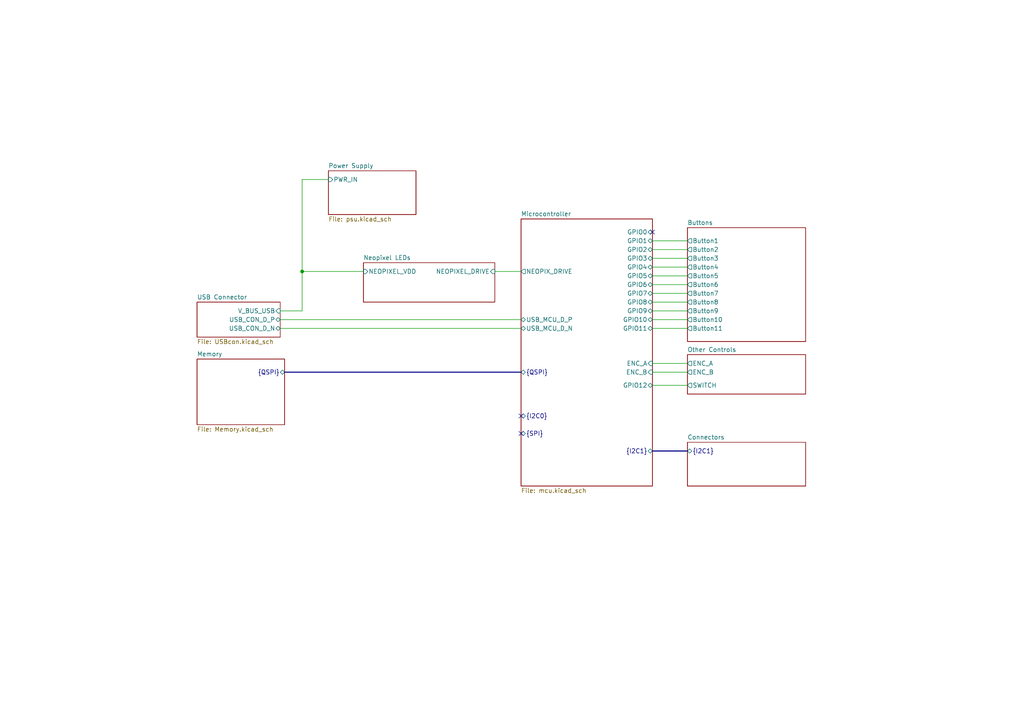
<source format=kicad_sch>
(kicad_sch (version 20230121) (generator eeschema)
  (paper "A4")
  (title_block (title "Programmable Keyboard") (date "2024-01-24") (rev "2.0") (company "Kallio Designs Oy") (comment 1 "TL, NH") (comment 2 "ASSEMBLY_PN") (comment 3 "PCB_PN"))
  (lib_symbols)
  (bus_alias "I2C" (members "SDA" "SCL"))
  (junction (at 87.63 78.74))
  (no_connect (at 189.23 67.31))
  (no_connect (at 151.13 125.73))
  (no_connect (at 151.13 120.65))
  (wire (pts (xy 143.51 78.74) (xy 151.13 78.74)))
  (wire (pts (xy 189.23 87.63) (xy 199.39 87.63)))
  (wire (pts (xy 189.23 92.71) (xy 199.39 92.71)))
  (wire (pts (xy 81.28 95.25) (xy 151.13 95.25)))
  (wire (pts (xy 189.23 107.95) (xy 199.39 107.95)))
  (wire (pts (xy 189.23 90.17) (xy 199.39 90.17)))
  (wire (pts (xy 87.63 52.07) (xy 95.25 52.07)))
  (wire (pts (xy 81.28 92.71) (xy 151.13 92.71)))
  (wire (pts (xy 81.28 90.17) (xy 87.63 90.17)))
  (wire (pts (xy 189.23 80.01) (xy 199.39 80.01)))
  (wire (pts (xy 189.23 95.25) (xy 199.39 95.25)))
  (wire (pts (xy 189.23 85.09) (xy 199.39 85.09)))
  (wire (pts (xy 189.23 82.55) (xy 199.39 82.55)))
  (wire (pts (xy 87.63 90.17) (xy 87.63 78.74)))
  (wire (pts (xy 87.63 78.74) (xy 105.41 78.74)))
  (wire (pts (xy 87.63 78.74) (xy 87.63 52.07)))
  (wire (pts (xy 189.23 105.41) (xy 199.39 105.41)))
  (wire (pts (xy 189.23 77.47) (xy 199.39 77.47)))
  (bus (pts (xy 189.23 130.81) (xy 199.39 130.81)))
  (wire (pts (xy 189.23 69.85) (xy 199.39 69.85)))
  (wire (pts (xy 189.23 72.39) (xy 199.39 72.39)))
  (wire (pts (xy 189.23 74.93) (xy 199.39 74.93)))
  (bus (pts (xy 82.55 107.95) (xy 151.13 107.95)))
  (wire (pts (xy 189.23 111.76) (xy 199.39 111.76)))
  (sheet (at 199.39 128.27) (size 34.29 12.7) (stroke (width 0.1524))
    (property "Sheetname" "Connectors" (at 199.39 127.5584 0) (effects (justify left bottom)))
    (property "Sheetfile" "connectors.kicad_sch" (effects hide))
    (pin "{I2C1}" bidirectional (at 199.39 130.81 180))
  )
  (sheet (at 105.41 76.2) (size 38.1 11.43) (stroke (width 0.1524))
    (property "Sheetname" "Neopixel LEDs" (at 105.41 75.4884 0) (effects (justify left bottom)))
    (property "Sheetfile" "LEDS_Neopixel.kicad_sch" (effects hide))
    (pin "NEOPIXEL_DRIVE" input (at 143.51 78.74 0))
    (pin "NEOPIXEL_VDD" input (at 105.41 78.74 180))
  )
  (sheet (at 57.15 87.63) (size 24.13 10.16) (stroke (width 0.1524))
    (property "Sheetname" "USB Connector" (at 57.15 86.9184 0) (effects (justify left bottom)))
    (property "Sheetfile" "USBcon.kicad_sch" (at 57.15 98.3746 0) (effects (justify left top)))
    (pin "V_BUS_USB" input (at 81.28 90.17 0))
    (pin "USB_CON_D_P" bidirectional (at 81.28 92.71 0))
    (pin "USB_CON_D_N" bidirectional (at 81.28 95.25 0))
  )
  (sheet (at 199.39 66.04) (size 34.29 33.02) (stroke (width 0.1524))
    (property "Sheetname" "Buttons" (at 199.39 65.3284 0) (effects (justify left bottom)))
    (property "Sheetfile" "buttons.kicad_sch" (effects hide))
    (pin "Button1" output (at 199.39 69.85 180))
    (pin "Button4" output (at 199.39 77.47 180))
    (pin "Button3" output (at 199.39 74.93 180))
    (pin "Button5" output (at 199.39 80.01 180))
    (pin "Button2" output (at 199.39 72.39 180))
    (pin "Button6" output (at 199.39 82.55 180))
    (pin "Button7" output (at 199.39 85.09 180))
    (pin "Button8" output (at 199.39 87.63 180))
    (pin "Button9" output (at 199.39 90.17 180))
    (pin "Button11" output (at 199.39 95.25 180))
    (pin "Button10" output (at 199.39 92.71 180))
  )
  (sheet (at 95.25 49.53) (size 25.4 12.7) (stroke (width 0.1524))
    (property "Sheetname" "Power Supply" (at 95.25 48.8184 0) (effects (justify left bottom)))
    (property "Sheetfile" "psu.kicad_sch" (at 95.25 62.8146 0) (effects (justify left top)))
    (pin "PWR_IN" input (at 95.25 52.07 180))
  )
  (sheet (at 199.39 102.87) (size 34.29 11.43) (stroke (width 0.1524))
    (property "Sheetname" "Other Controls" (at 199.39 102.1584 0) (effects (justify left bottom)))
    (property "Sheetfile" "controls.kicad_sch" (effects hide))
    (pin "ENC_B" output (at 199.39 107.95 180))
    (pin "SWITCH" output (at 199.39 111.76 180))
    (pin "ENC_A" output (at 199.39 105.41 180))
  )
  (sheet (at 151.13 63.5) (size 38.1 77.47) (stroke (width 0.1524))
    (property "Sheetname" "Microcontroller" (at 151.13 62.7884 0) (effects (justify left bottom)))
    (property "Sheetfile" "mcu.kicad_sch" (at 151.13 141.5546 0) (effects (justify left top)))
    (pin "{QSPI}" bidirectional (at 151.13 107.95 180))
    (pin "USB_MCU_D_N" bidirectional (at 151.13 95.25 180))
    (pin "USB_MCU_D_P" bidirectional (at 151.13 92.71 180))
    (pin "GPIO1" bidirectional (at 189.23 69.85 0))
    (pin "GPIO0" bidirectional (at 189.23 67.31 0))
    (pin "GPIO2" bidirectional (at 189.23 72.39 0))
    (pin "{I2C0}" bidirectional (at 151.13 120.65 180))
    (pin "{SPI}" bidirectional (at 151.13 125.73 180))
    (pin "GPIO12" bidirectional (at 189.23 111.76 0))
    (pin "NEOPIX_DRIVE" output (at 151.13 78.74 180))
    (pin "GPIO5" bidirectional (at 189.23 80.01 0))
    (pin "GPIO4" bidirectional (at 189.23 77.47 0))
    (pin "GPIO3" bidirectional (at 189.23 74.93 0))
    (pin "GPIO6" bidirectional (at 189.23 82.55 0))
    (pin "GPIO8" bidirectional (at 189.23 87.63 0))
    (pin "GPIO7" bidirectional (at 189.23 85.09 0))
    (pin "ENC_A" input (at 189.23 105.41 0))
    (pin "ENC_B" input (at 189.23 107.95 0))
    (pin "{I2C1}" bidirectional (at 189.23 130.81 0))
    (pin "GPIO9" bidirectional (at 189.23 90.17 0))
    (pin "GPIO11" bidirectional (at 189.23 95.25 0))
    (pin "GPIO10" bidirectional (at 189.23 92.71 0))
  )
  (sheet (at 57.15 104.14) (size 25.4 19.05) (stroke (width 0.1524))
    (property "Sheetname" "Memory" (at 57.15 103.4284 0) (effects (justify left bottom)))
    (property "Sheetfile" "Memory.kicad_sch" (at 57.15 123.7746 0) (effects (justify left top)))
    (pin "{QSPI}" bidirectional (at 82.55 107.95 0))
  )
)
</source>
